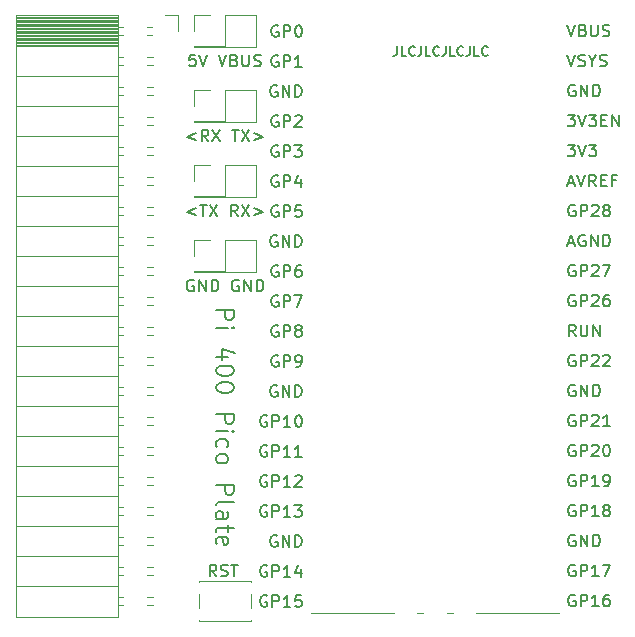
<source format=gbr>
%TF.GenerationSoftware,KiCad,Pcbnew,5.99.0-unknown-881cb3182b~117~ubuntu20.04.1*%
%TF.CreationDate,2021-02-24T10:03:54+00:00*%
%TF.ProjectId,pi400-pico-plate,70693430-302d-4706-9963-6f2d706c6174,rev?*%
%TF.SameCoordinates,Original*%
%TF.FileFunction,Legend,Top*%
%TF.FilePolarity,Positive*%
%FSLAX46Y46*%
G04 Gerber Fmt 4.6, Leading zero omitted, Abs format (unit mm)*
G04 Created by KiCad (PCBNEW 5.99.0-unknown-881cb3182b~117~ubuntu20.04.1) date 2021-02-24 10:03:54*
%MOMM*%
%LPD*%
G01*
G04 APERTURE LIST*
%ADD10C,0.150000*%
%ADD11C,0.200000*%
%ADD12C,0.120000*%
G04 APERTURE END LIST*
D10*
X153632361Y-62249104D02*
X153632361Y-62820533D01*
X153594266Y-62934819D01*
X153518076Y-63011009D01*
X153403790Y-63049104D01*
X153327600Y-63049104D01*
X154394266Y-63049104D02*
X154013314Y-63049104D01*
X154013314Y-62249104D01*
X155118076Y-62972914D02*
X155079980Y-63011009D01*
X154965695Y-63049104D01*
X154889504Y-63049104D01*
X154775219Y-63011009D01*
X154699028Y-62934819D01*
X154660933Y-62858628D01*
X154622838Y-62706247D01*
X154622838Y-62591961D01*
X154660933Y-62439580D01*
X154699028Y-62363390D01*
X154775219Y-62287200D01*
X154889504Y-62249104D01*
X154965695Y-62249104D01*
X155079980Y-62287200D01*
X155118076Y-62325295D01*
X155689504Y-62249104D02*
X155689504Y-62820533D01*
X155651409Y-62934819D01*
X155575219Y-63011009D01*
X155460933Y-63049104D01*
X155384742Y-63049104D01*
X156451409Y-63049104D02*
X156070457Y-63049104D01*
X156070457Y-62249104D01*
X157175219Y-62972914D02*
X157137123Y-63011009D01*
X157022838Y-63049104D01*
X156946647Y-63049104D01*
X156832361Y-63011009D01*
X156756171Y-62934819D01*
X156718076Y-62858628D01*
X156679980Y-62706247D01*
X156679980Y-62591961D01*
X156718076Y-62439580D01*
X156756171Y-62363390D01*
X156832361Y-62287200D01*
X156946647Y-62249104D01*
X157022838Y-62249104D01*
X157137123Y-62287200D01*
X157175219Y-62325295D01*
X157746647Y-62249104D02*
X157746647Y-62820533D01*
X157708552Y-62934819D01*
X157632361Y-63011009D01*
X157518076Y-63049104D01*
X157441885Y-63049104D01*
X158508552Y-63049104D02*
X158127600Y-63049104D01*
X158127600Y-62249104D01*
X159232361Y-62972914D02*
X159194266Y-63011009D01*
X159079980Y-63049104D01*
X159003790Y-63049104D01*
X158889504Y-63011009D01*
X158813314Y-62934819D01*
X158775219Y-62858628D01*
X158737123Y-62706247D01*
X158737123Y-62591961D01*
X158775219Y-62439580D01*
X158813314Y-62363390D01*
X158889504Y-62287200D01*
X159003790Y-62249104D01*
X159079980Y-62249104D01*
X159194266Y-62287200D01*
X159232361Y-62325295D01*
X159803790Y-62249104D02*
X159803790Y-62820533D01*
X159765695Y-62934819D01*
X159689504Y-63011009D01*
X159575219Y-63049104D01*
X159499028Y-63049104D01*
X160565695Y-63049104D02*
X160184742Y-63049104D01*
X160184742Y-62249104D01*
X161289504Y-62972914D02*
X161251409Y-63011009D01*
X161137123Y-63049104D01*
X161060933Y-63049104D01*
X160946647Y-63011009D01*
X160870457Y-62934819D01*
X160832361Y-62858628D01*
X160794266Y-62706247D01*
X160794266Y-62591961D01*
X160832361Y-62439580D01*
X160870457Y-62363390D01*
X160946647Y-62287200D01*
X161060933Y-62249104D01*
X161137123Y-62249104D01*
X161251409Y-62287200D01*
X161289504Y-62325295D01*
X142606442Y-98610800D02*
X142511204Y-98563180D01*
X142368347Y-98563180D01*
X142225490Y-98610800D01*
X142130252Y-98706038D01*
X142082633Y-98801276D01*
X142035014Y-98991752D01*
X142035014Y-99134609D01*
X142082633Y-99325085D01*
X142130252Y-99420323D01*
X142225490Y-99515561D01*
X142368347Y-99563180D01*
X142463585Y-99563180D01*
X142606442Y-99515561D01*
X142654061Y-99467942D01*
X142654061Y-99134609D01*
X142463585Y-99134609D01*
X143082633Y-99563180D02*
X143082633Y-98563180D01*
X143463585Y-98563180D01*
X143558823Y-98610800D01*
X143606442Y-98658419D01*
X143654061Y-98753657D01*
X143654061Y-98896514D01*
X143606442Y-98991752D01*
X143558823Y-99039371D01*
X143463585Y-99086990D01*
X143082633Y-99086990D01*
X144606442Y-99563180D02*
X144035014Y-99563180D01*
X144320728Y-99563180D02*
X144320728Y-98563180D01*
X144225490Y-98706038D01*
X144130252Y-98801276D01*
X144035014Y-98848895D01*
X144987395Y-98658419D02*
X145035014Y-98610800D01*
X145130252Y-98563180D01*
X145368347Y-98563180D01*
X145463585Y-98610800D01*
X145511204Y-98658419D01*
X145558823Y-98753657D01*
X145558823Y-98848895D01*
X145511204Y-98991752D01*
X144939776Y-99563180D01*
X145558823Y-99563180D01*
X168702604Y-101100000D02*
X168607366Y-101052380D01*
X168464509Y-101052380D01*
X168321652Y-101100000D01*
X168226414Y-101195238D01*
X168178795Y-101290476D01*
X168131176Y-101480952D01*
X168131176Y-101623809D01*
X168178795Y-101814285D01*
X168226414Y-101909523D01*
X168321652Y-102004761D01*
X168464509Y-102052380D01*
X168559747Y-102052380D01*
X168702604Y-102004761D01*
X168750223Y-101957142D01*
X168750223Y-101623809D01*
X168559747Y-101623809D01*
X169178795Y-102052380D02*
X169178795Y-101052380D01*
X169559747Y-101052380D01*
X169654985Y-101100000D01*
X169702604Y-101147619D01*
X169750223Y-101242857D01*
X169750223Y-101385714D01*
X169702604Y-101480952D01*
X169654985Y-101528571D01*
X169559747Y-101576190D01*
X169178795Y-101576190D01*
X170702604Y-102052380D02*
X170131176Y-102052380D01*
X170416890Y-102052380D02*
X170416890Y-101052380D01*
X170321652Y-101195238D01*
X170226414Y-101290476D01*
X170131176Y-101338095D01*
X171274033Y-101480952D02*
X171178795Y-101433333D01*
X171131176Y-101385714D01*
X171083557Y-101290476D01*
X171083557Y-101242857D01*
X171131176Y-101147619D01*
X171178795Y-101100000D01*
X171274033Y-101052380D01*
X171464509Y-101052380D01*
X171559747Y-101100000D01*
X171607366Y-101147619D01*
X171654985Y-101242857D01*
X171654985Y-101290476D01*
X171607366Y-101385714D01*
X171559747Y-101433333D01*
X171464509Y-101480952D01*
X171274033Y-101480952D01*
X171178795Y-101528571D01*
X171131176Y-101576190D01*
X171083557Y-101671428D01*
X171083557Y-101861904D01*
X171131176Y-101957142D01*
X171178795Y-102004761D01*
X171274033Y-102052380D01*
X171464509Y-102052380D01*
X171559747Y-102004761D01*
X171607366Y-101957142D01*
X171654985Y-101861904D01*
X171654985Y-101671428D01*
X171607366Y-101576190D01*
X171559747Y-101528571D01*
X171464509Y-101480952D01*
X143558823Y-80830800D02*
X143463585Y-80783180D01*
X143320728Y-80783180D01*
X143177871Y-80830800D01*
X143082633Y-80926038D01*
X143035014Y-81021276D01*
X142987395Y-81211752D01*
X142987395Y-81354609D01*
X143035014Y-81545085D01*
X143082633Y-81640323D01*
X143177871Y-81735561D01*
X143320728Y-81783180D01*
X143415966Y-81783180D01*
X143558823Y-81735561D01*
X143606442Y-81687942D01*
X143606442Y-81354609D01*
X143415966Y-81354609D01*
X144035014Y-81783180D02*
X144035014Y-80783180D01*
X144415966Y-80783180D01*
X144511204Y-80830800D01*
X144558823Y-80878419D01*
X144606442Y-80973657D01*
X144606442Y-81116514D01*
X144558823Y-81211752D01*
X144511204Y-81259371D01*
X144415966Y-81306990D01*
X144035014Y-81306990D01*
X145463585Y-80783180D02*
X145273109Y-80783180D01*
X145177871Y-80830800D01*
X145130252Y-80878419D01*
X145035014Y-81021276D01*
X144987395Y-81211752D01*
X144987395Y-81592704D01*
X145035014Y-81687942D01*
X145082633Y-81735561D01*
X145177871Y-81783180D01*
X145368347Y-81783180D01*
X145463585Y-81735561D01*
X145511204Y-81687942D01*
X145558823Y-81592704D01*
X145558823Y-81354609D01*
X145511204Y-81259371D01*
X145463585Y-81211752D01*
X145368347Y-81164133D01*
X145177871Y-81164133D01*
X145082633Y-81211752D01*
X145035014Y-81259371D01*
X144987395Y-81354609D01*
X143558823Y-60510800D02*
X143463585Y-60463180D01*
X143320728Y-60463180D01*
X143177871Y-60510800D01*
X143082633Y-60606038D01*
X143035014Y-60701276D01*
X142987395Y-60891752D01*
X142987395Y-61034609D01*
X143035014Y-61225085D01*
X143082633Y-61320323D01*
X143177871Y-61415561D01*
X143320728Y-61463180D01*
X143415966Y-61463180D01*
X143558823Y-61415561D01*
X143606442Y-61367942D01*
X143606442Y-61034609D01*
X143415966Y-61034609D01*
X144035014Y-61463180D02*
X144035014Y-60463180D01*
X144415966Y-60463180D01*
X144511204Y-60510800D01*
X144558823Y-60558419D01*
X144606442Y-60653657D01*
X144606442Y-60796514D01*
X144558823Y-60891752D01*
X144511204Y-60939371D01*
X144415966Y-60986990D01*
X144035014Y-60986990D01*
X145225490Y-60463180D02*
X145320728Y-60463180D01*
X145415966Y-60510800D01*
X145463585Y-60558419D01*
X145511204Y-60653657D01*
X145558823Y-60844133D01*
X145558823Y-61082228D01*
X145511204Y-61272704D01*
X145463585Y-61367942D01*
X145415966Y-61415561D01*
X145320728Y-61463180D01*
X145225490Y-61463180D01*
X145130252Y-61415561D01*
X145082633Y-61367942D01*
X145035014Y-61272704D01*
X144987395Y-61082228D01*
X144987395Y-60844133D01*
X145035014Y-60653657D01*
X145082633Y-60558419D01*
X145130252Y-60510800D01*
X145225490Y-60463180D01*
X143558823Y-73210800D02*
X143463585Y-73163180D01*
X143320728Y-73163180D01*
X143177871Y-73210800D01*
X143082633Y-73306038D01*
X143035014Y-73401276D01*
X142987395Y-73591752D01*
X142987395Y-73734609D01*
X143035014Y-73925085D01*
X143082633Y-74020323D01*
X143177871Y-74115561D01*
X143320728Y-74163180D01*
X143415966Y-74163180D01*
X143558823Y-74115561D01*
X143606442Y-74067942D01*
X143606442Y-73734609D01*
X143415966Y-73734609D01*
X144035014Y-74163180D02*
X144035014Y-73163180D01*
X144415966Y-73163180D01*
X144511204Y-73210800D01*
X144558823Y-73258419D01*
X144606442Y-73353657D01*
X144606442Y-73496514D01*
X144558823Y-73591752D01*
X144511204Y-73639371D01*
X144415966Y-73686990D01*
X144035014Y-73686990D01*
X145463585Y-73496514D02*
X145463585Y-74163180D01*
X145225490Y-73115561D02*
X144987395Y-73829847D01*
X145606442Y-73829847D01*
X136612619Y-69635714D02*
X135850714Y-69921428D01*
X136612619Y-70207142D01*
X137660238Y-70302380D02*
X137326904Y-69826190D01*
X137088809Y-70302380D02*
X137088809Y-69302380D01*
X137469761Y-69302380D01*
X137565000Y-69350000D01*
X137612619Y-69397619D01*
X137660238Y-69492857D01*
X137660238Y-69635714D01*
X137612619Y-69730952D01*
X137565000Y-69778571D01*
X137469761Y-69826190D01*
X137088809Y-69826190D01*
X137993571Y-69302380D02*
X138660238Y-70302380D01*
X138660238Y-69302380D02*
X137993571Y-70302380D01*
X139660238Y-69302380D02*
X140231666Y-69302380D01*
X139945952Y-70302380D02*
X139945952Y-69302380D01*
X140469761Y-69302380D02*
X141136428Y-70302380D01*
X141136428Y-69302380D02*
X140469761Y-70302380D01*
X141517380Y-69635714D02*
X142279285Y-69921428D01*
X141517380Y-70207142D01*
X143558823Y-88450800D02*
X143463585Y-88403180D01*
X143320728Y-88403180D01*
X143177871Y-88450800D01*
X143082633Y-88546038D01*
X143035014Y-88641276D01*
X142987395Y-88831752D01*
X142987395Y-88974609D01*
X143035014Y-89165085D01*
X143082633Y-89260323D01*
X143177871Y-89355561D01*
X143320728Y-89403180D01*
X143415966Y-89403180D01*
X143558823Y-89355561D01*
X143606442Y-89307942D01*
X143606442Y-88974609D01*
X143415966Y-88974609D01*
X144035014Y-89403180D02*
X144035014Y-88403180D01*
X144415966Y-88403180D01*
X144511204Y-88450800D01*
X144558823Y-88498419D01*
X144606442Y-88593657D01*
X144606442Y-88736514D01*
X144558823Y-88831752D01*
X144511204Y-88879371D01*
X144415966Y-88926990D01*
X144035014Y-88926990D01*
X145082633Y-89403180D02*
X145273109Y-89403180D01*
X145368347Y-89355561D01*
X145415966Y-89307942D01*
X145511204Y-89165085D01*
X145558823Y-88974609D01*
X145558823Y-88593657D01*
X145511204Y-88498419D01*
X145463585Y-88450800D01*
X145368347Y-88403180D01*
X145177871Y-88403180D01*
X145082633Y-88450800D01*
X145035014Y-88498419D01*
X144987395Y-88593657D01*
X144987395Y-88831752D01*
X145035014Y-88926990D01*
X145082633Y-88974609D01*
X145177871Y-89022228D01*
X145368347Y-89022228D01*
X145463585Y-88974609D01*
X145511204Y-88926990D01*
X145558823Y-88831752D01*
X142606442Y-96070800D02*
X142511204Y-96023180D01*
X142368347Y-96023180D01*
X142225490Y-96070800D01*
X142130252Y-96166038D01*
X142082633Y-96261276D01*
X142035014Y-96451752D01*
X142035014Y-96594609D01*
X142082633Y-96785085D01*
X142130252Y-96880323D01*
X142225490Y-96975561D01*
X142368347Y-97023180D01*
X142463585Y-97023180D01*
X142606442Y-96975561D01*
X142654061Y-96927942D01*
X142654061Y-96594609D01*
X142463585Y-96594609D01*
X143082633Y-97023180D02*
X143082633Y-96023180D01*
X143463585Y-96023180D01*
X143558823Y-96070800D01*
X143606442Y-96118419D01*
X143654061Y-96213657D01*
X143654061Y-96356514D01*
X143606442Y-96451752D01*
X143558823Y-96499371D01*
X143463585Y-96546990D01*
X143082633Y-96546990D01*
X144606442Y-97023180D02*
X144035014Y-97023180D01*
X144320728Y-97023180D02*
X144320728Y-96023180D01*
X144225490Y-96166038D01*
X144130252Y-96261276D01*
X144035014Y-96308895D01*
X145558823Y-97023180D02*
X144987395Y-97023180D01*
X145273109Y-97023180D02*
X145273109Y-96023180D01*
X145177871Y-96166038D01*
X145082633Y-96261276D01*
X144987395Y-96308895D01*
X168702604Y-75700000D02*
X168607366Y-75652380D01*
X168464509Y-75652380D01*
X168321652Y-75700000D01*
X168226414Y-75795238D01*
X168178795Y-75890476D01*
X168131176Y-76080952D01*
X168131176Y-76223809D01*
X168178795Y-76414285D01*
X168226414Y-76509523D01*
X168321652Y-76604761D01*
X168464509Y-76652380D01*
X168559747Y-76652380D01*
X168702604Y-76604761D01*
X168750223Y-76557142D01*
X168750223Y-76223809D01*
X168559747Y-76223809D01*
X169178795Y-76652380D02*
X169178795Y-75652380D01*
X169559747Y-75652380D01*
X169654985Y-75700000D01*
X169702604Y-75747619D01*
X169750223Y-75842857D01*
X169750223Y-75985714D01*
X169702604Y-76080952D01*
X169654985Y-76128571D01*
X169559747Y-76176190D01*
X169178795Y-76176190D01*
X170131176Y-75747619D02*
X170178795Y-75700000D01*
X170274033Y-75652380D01*
X170512128Y-75652380D01*
X170607366Y-75700000D01*
X170654985Y-75747619D01*
X170702604Y-75842857D01*
X170702604Y-75938095D01*
X170654985Y-76080952D01*
X170083557Y-76652380D01*
X170702604Y-76652380D01*
X171274033Y-76080952D02*
X171178795Y-76033333D01*
X171131176Y-75985714D01*
X171083557Y-75890476D01*
X171083557Y-75842857D01*
X171131176Y-75747619D01*
X171178795Y-75700000D01*
X171274033Y-75652380D01*
X171464509Y-75652380D01*
X171559747Y-75700000D01*
X171607366Y-75747619D01*
X171654985Y-75842857D01*
X171654985Y-75890476D01*
X171607366Y-75985714D01*
X171559747Y-76033333D01*
X171464509Y-76080952D01*
X171274033Y-76080952D01*
X171178795Y-76128571D01*
X171131176Y-76176190D01*
X171083557Y-76271428D01*
X171083557Y-76461904D01*
X171131176Y-76557142D01*
X171178795Y-76604761D01*
X171274033Y-76652380D01*
X171464509Y-76652380D01*
X171559747Y-76604761D01*
X171607366Y-76557142D01*
X171654985Y-76461904D01*
X171654985Y-76271428D01*
X171607366Y-76176190D01*
X171559747Y-76128571D01*
X171464509Y-76080952D01*
X143558823Y-63050800D02*
X143463585Y-63003180D01*
X143320728Y-63003180D01*
X143177871Y-63050800D01*
X143082633Y-63146038D01*
X143035014Y-63241276D01*
X142987395Y-63431752D01*
X142987395Y-63574609D01*
X143035014Y-63765085D01*
X143082633Y-63860323D01*
X143177871Y-63955561D01*
X143320728Y-64003180D01*
X143415966Y-64003180D01*
X143558823Y-63955561D01*
X143606442Y-63907942D01*
X143606442Y-63574609D01*
X143415966Y-63574609D01*
X144035014Y-64003180D02*
X144035014Y-63003180D01*
X144415966Y-63003180D01*
X144511204Y-63050800D01*
X144558823Y-63098419D01*
X144606442Y-63193657D01*
X144606442Y-63336514D01*
X144558823Y-63431752D01*
X144511204Y-63479371D01*
X144415966Y-63526990D01*
X144035014Y-63526990D01*
X145558823Y-64003180D02*
X144987395Y-64003180D01*
X145273109Y-64003180D02*
X145273109Y-63003180D01*
X145177871Y-63146038D01*
X145082633Y-63241276D01*
X144987395Y-63288895D01*
X168083557Y-70572380D02*
X168702604Y-70572380D01*
X168369271Y-70953333D01*
X168512128Y-70953333D01*
X168607366Y-71000952D01*
X168654985Y-71048571D01*
X168702604Y-71143809D01*
X168702604Y-71381904D01*
X168654985Y-71477142D01*
X168607366Y-71524761D01*
X168512128Y-71572380D01*
X168226414Y-71572380D01*
X168131176Y-71524761D01*
X168083557Y-71477142D01*
X168988319Y-70572380D02*
X169321652Y-71572380D01*
X169654985Y-70572380D01*
X169893080Y-70572380D02*
X170512128Y-70572380D01*
X170178795Y-70953333D01*
X170321652Y-70953333D01*
X170416890Y-71000952D01*
X170464509Y-71048571D01*
X170512128Y-71143809D01*
X170512128Y-71381904D01*
X170464509Y-71477142D01*
X170416890Y-71524761D01*
X170321652Y-71572380D01*
X170035938Y-71572380D01*
X169940700Y-71524761D01*
X169893080Y-71477142D01*
X142606442Y-101150800D02*
X142511204Y-101103180D01*
X142368347Y-101103180D01*
X142225490Y-101150800D01*
X142130252Y-101246038D01*
X142082633Y-101341276D01*
X142035014Y-101531752D01*
X142035014Y-101674609D01*
X142082633Y-101865085D01*
X142130252Y-101960323D01*
X142225490Y-102055561D01*
X142368347Y-102103180D01*
X142463585Y-102103180D01*
X142606442Y-102055561D01*
X142654061Y-102007942D01*
X142654061Y-101674609D01*
X142463585Y-101674609D01*
X143082633Y-102103180D02*
X143082633Y-101103180D01*
X143463585Y-101103180D01*
X143558823Y-101150800D01*
X143606442Y-101198419D01*
X143654061Y-101293657D01*
X143654061Y-101436514D01*
X143606442Y-101531752D01*
X143558823Y-101579371D01*
X143463585Y-101626990D01*
X143082633Y-101626990D01*
X144606442Y-102103180D02*
X144035014Y-102103180D01*
X144320728Y-102103180D02*
X144320728Y-101103180D01*
X144225490Y-101246038D01*
X144130252Y-101341276D01*
X144035014Y-101388895D01*
X144939776Y-101103180D02*
X145558823Y-101103180D01*
X145225490Y-101484133D01*
X145368347Y-101484133D01*
X145463585Y-101531752D01*
X145511204Y-101579371D01*
X145558823Y-101674609D01*
X145558823Y-101912704D01*
X145511204Y-102007942D01*
X145463585Y-102055561D01*
X145368347Y-102103180D01*
X145082633Y-102103180D01*
X144987395Y-102055561D01*
X144939776Y-102007942D01*
X168750223Y-86812380D02*
X168416890Y-86336190D01*
X168178795Y-86812380D02*
X168178795Y-85812380D01*
X168559747Y-85812380D01*
X168654985Y-85860000D01*
X168702604Y-85907619D01*
X168750223Y-86002857D01*
X168750223Y-86145714D01*
X168702604Y-86240952D01*
X168654985Y-86288571D01*
X168559747Y-86336190D01*
X168178795Y-86336190D01*
X169178795Y-85812380D02*
X169178795Y-86621904D01*
X169226414Y-86717142D01*
X169274033Y-86764761D01*
X169369271Y-86812380D01*
X169559747Y-86812380D01*
X169654985Y-86764761D01*
X169702604Y-86717142D01*
X169750223Y-86621904D01*
X169750223Y-85812380D01*
X170226414Y-86812380D02*
X170226414Y-85812380D01*
X170797842Y-86812380D01*
X170797842Y-85812380D01*
X168035938Y-62952380D02*
X168369271Y-63952380D01*
X168702604Y-62952380D01*
X168988319Y-63904761D02*
X169131176Y-63952380D01*
X169369271Y-63952380D01*
X169464509Y-63904761D01*
X169512128Y-63857142D01*
X169559747Y-63761904D01*
X169559747Y-63666666D01*
X169512128Y-63571428D01*
X169464509Y-63523809D01*
X169369271Y-63476190D01*
X169178795Y-63428571D01*
X169083557Y-63380952D01*
X169035938Y-63333333D01*
X168988319Y-63238095D01*
X168988319Y-63142857D01*
X169035938Y-63047619D01*
X169083557Y-63000000D01*
X169178795Y-62952380D01*
X169416890Y-62952380D01*
X169559747Y-63000000D01*
X170178795Y-63476190D02*
X170178795Y-63952380D01*
X169845461Y-62952380D02*
X170178795Y-63476190D01*
X170512128Y-62952380D01*
X170797842Y-63904761D02*
X170940700Y-63952380D01*
X171178795Y-63952380D01*
X171274033Y-63904761D01*
X171321652Y-63857142D01*
X171369271Y-63761904D01*
X171369271Y-63666666D01*
X171321652Y-63571428D01*
X171274033Y-63523809D01*
X171178795Y-63476190D01*
X170988319Y-63428571D01*
X170893080Y-63380952D01*
X170845461Y-63333333D01*
X170797842Y-63238095D01*
X170797842Y-63142857D01*
X170845461Y-63047619D01*
X170893080Y-63000000D01*
X170988319Y-62952380D01*
X171226414Y-62952380D01*
X171369271Y-63000000D01*
X143463585Y-103690800D02*
X143368347Y-103643180D01*
X143225490Y-103643180D01*
X143082633Y-103690800D01*
X142987395Y-103786038D01*
X142939776Y-103881276D01*
X142892157Y-104071752D01*
X142892157Y-104214609D01*
X142939776Y-104405085D01*
X142987395Y-104500323D01*
X143082633Y-104595561D01*
X143225490Y-104643180D01*
X143320728Y-104643180D01*
X143463585Y-104595561D01*
X143511204Y-104547942D01*
X143511204Y-104214609D01*
X143320728Y-104214609D01*
X143939776Y-104643180D02*
X143939776Y-103643180D01*
X144511204Y-104643180D01*
X144511204Y-103643180D01*
X144987395Y-104643180D02*
X144987395Y-103643180D01*
X145225490Y-103643180D01*
X145368347Y-103690800D01*
X145463585Y-103786038D01*
X145511204Y-103881276D01*
X145558823Y-104071752D01*
X145558823Y-104214609D01*
X145511204Y-104405085D01*
X145463585Y-104500323D01*
X145368347Y-104595561D01*
X145225490Y-104643180D01*
X144987395Y-104643180D01*
X143558823Y-83370800D02*
X143463585Y-83323180D01*
X143320728Y-83323180D01*
X143177871Y-83370800D01*
X143082633Y-83466038D01*
X143035014Y-83561276D01*
X142987395Y-83751752D01*
X142987395Y-83894609D01*
X143035014Y-84085085D01*
X143082633Y-84180323D01*
X143177871Y-84275561D01*
X143320728Y-84323180D01*
X143415966Y-84323180D01*
X143558823Y-84275561D01*
X143606442Y-84227942D01*
X143606442Y-83894609D01*
X143415966Y-83894609D01*
X144035014Y-84323180D02*
X144035014Y-83323180D01*
X144415966Y-83323180D01*
X144511204Y-83370800D01*
X144558823Y-83418419D01*
X144606442Y-83513657D01*
X144606442Y-83656514D01*
X144558823Y-83751752D01*
X144511204Y-83799371D01*
X144415966Y-83846990D01*
X144035014Y-83846990D01*
X144939776Y-83323180D02*
X145606442Y-83323180D01*
X145177871Y-84323180D01*
X138332738Y-107132380D02*
X137999404Y-106656190D01*
X137761309Y-107132380D02*
X137761309Y-106132380D01*
X138142261Y-106132380D01*
X138237500Y-106180000D01*
X138285119Y-106227619D01*
X138332738Y-106322857D01*
X138332738Y-106465714D01*
X138285119Y-106560952D01*
X138237500Y-106608571D01*
X138142261Y-106656190D01*
X137761309Y-106656190D01*
X138713690Y-107084761D02*
X138856547Y-107132380D01*
X139094642Y-107132380D01*
X139189880Y-107084761D01*
X139237500Y-107037142D01*
X139285119Y-106941904D01*
X139285119Y-106846666D01*
X139237500Y-106751428D01*
X139189880Y-106703809D01*
X139094642Y-106656190D01*
X138904166Y-106608571D01*
X138808928Y-106560952D01*
X138761309Y-106513333D01*
X138713690Y-106418095D01*
X138713690Y-106322857D01*
X138761309Y-106227619D01*
X138808928Y-106180000D01*
X138904166Y-106132380D01*
X139142261Y-106132380D01*
X139285119Y-106180000D01*
X139570833Y-106132380D02*
X140142261Y-106132380D01*
X139856547Y-107132380D02*
X139856547Y-106132380D01*
X168131176Y-78906666D02*
X168607366Y-78906666D01*
X168035938Y-79192380D02*
X168369271Y-78192380D01*
X168702604Y-79192380D01*
X169559747Y-78240000D02*
X169464509Y-78192380D01*
X169321652Y-78192380D01*
X169178795Y-78240000D01*
X169083557Y-78335238D01*
X169035938Y-78430476D01*
X168988319Y-78620952D01*
X168988319Y-78763809D01*
X169035938Y-78954285D01*
X169083557Y-79049523D01*
X169178795Y-79144761D01*
X169321652Y-79192380D01*
X169416890Y-79192380D01*
X169559747Y-79144761D01*
X169607366Y-79097142D01*
X169607366Y-78763809D01*
X169416890Y-78763809D01*
X170035938Y-79192380D02*
X170035938Y-78192380D01*
X170607366Y-79192380D01*
X170607366Y-78192380D01*
X171083557Y-79192380D02*
X171083557Y-78192380D01*
X171321652Y-78192380D01*
X171464509Y-78240000D01*
X171559747Y-78335238D01*
X171607366Y-78430476D01*
X171654985Y-78620952D01*
X171654985Y-78763809D01*
X171607366Y-78954285D01*
X171559747Y-79049523D01*
X171464509Y-79144761D01*
X171321652Y-79192380D01*
X171083557Y-79192380D01*
X168083557Y-68032380D02*
X168702604Y-68032380D01*
X168369271Y-68413333D01*
X168512128Y-68413333D01*
X168607366Y-68460952D01*
X168654985Y-68508571D01*
X168702604Y-68603809D01*
X168702604Y-68841904D01*
X168654985Y-68937142D01*
X168607366Y-68984761D01*
X168512128Y-69032380D01*
X168226414Y-69032380D01*
X168131176Y-68984761D01*
X168083557Y-68937142D01*
X168988319Y-68032380D02*
X169321652Y-69032380D01*
X169654985Y-68032380D01*
X169893080Y-68032380D02*
X170512128Y-68032380D01*
X170178795Y-68413333D01*
X170321652Y-68413333D01*
X170416890Y-68460952D01*
X170464509Y-68508571D01*
X170512128Y-68603809D01*
X170512128Y-68841904D01*
X170464509Y-68937142D01*
X170416890Y-68984761D01*
X170321652Y-69032380D01*
X170035938Y-69032380D01*
X169940700Y-68984761D01*
X169893080Y-68937142D01*
X170940700Y-68508571D02*
X171274033Y-68508571D01*
X171416890Y-69032380D02*
X170940700Y-69032380D01*
X170940700Y-68032380D01*
X171416890Y-68032380D01*
X171845461Y-69032380D02*
X171845461Y-68032380D01*
X172416890Y-69032380D01*
X172416890Y-68032380D01*
X168702604Y-96020000D02*
X168607366Y-95972380D01*
X168464509Y-95972380D01*
X168321652Y-96020000D01*
X168226414Y-96115238D01*
X168178795Y-96210476D01*
X168131176Y-96400952D01*
X168131176Y-96543809D01*
X168178795Y-96734285D01*
X168226414Y-96829523D01*
X168321652Y-96924761D01*
X168464509Y-96972380D01*
X168559747Y-96972380D01*
X168702604Y-96924761D01*
X168750223Y-96877142D01*
X168750223Y-96543809D01*
X168559747Y-96543809D01*
X169178795Y-96972380D02*
X169178795Y-95972380D01*
X169559747Y-95972380D01*
X169654985Y-96020000D01*
X169702604Y-96067619D01*
X169750223Y-96162857D01*
X169750223Y-96305714D01*
X169702604Y-96400952D01*
X169654985Y-96448571D01*
X169559747Y-96496190D01*
X169178795Y-96496190D01*
X170131176Y-96067619D02*
X170178795Y-96020000D01*
X170274033Y-95972380D01*
X170512128Y-95972380D01*
X170607366Y-96020000D01*
X170654985Y-96067619D01*
X170702604Y-96162857D01*
X170702604Y-96258095D01*
X170654985Y-96400952D01*
X170083557Y-96972380D01*
X170702604Y-96972380D01*
X171321652Y-95972380D02*
X171416890Y-95972380D01*
X171512128Y-96020000D01*
X171559747Y-96067619D01*
X171607366Y-96162857D01*
X171654985Y-96353333D01*
X171654985Y-96591428D01*
X171607366Y-96781904D01*
X171559747Y-96877142D01*
X171512128Y-96924761D01*
X171416890Y-96972380D01*
X171321652Y-96972380D01*
X171226414Y-96924761D01*
X171178795Y-96877142D01*
X171131176Y-96781904D01*
X171083557Y-96591428D01*
X171083557Y-96353333D01*
X171131176Y-96162857D01*
X171178795Y-96067619D01*
X171226414Y-96020000D01*
X171321652Y-95972380D01*
X143558823Y-70670800D02*
X143463585Y-70623180D01*
X143320728Y-70623180D01*
X143177871Y-70670800D01*
X143082633Y-70766038D01*
X143035014Y-70861276D01*
X142987395Y-71051752D01*
X142987395Y-71194609D01*
X143035014Y-71385085D01*
X143082633Y-71480323D01*
X143177871Y-71575561D01*
X143320728Y-71623180D01*
X143415966Y-71623180D01*
X143558823Y-71575561D01*
X143606442Y-71527942D01*
X143606442Y-71194609D01*
X143415966Y-71194609D01*
X144035014Y-71623180D02*
X144035014Y-70623180D01*
X144415966Y-70623180D01*
X144511204Y-70670800D01*
X144558823Y-70718419D01*
X144606442Y-70813657D01*
X144606442Y-70956514D01*
X144558823Y-71051752D01*
X144511204Y-71099371D01*
X144415966Y-71146990D01*
X144035014Y-71146990D01*
X144939776Y-70623180D02*
X145558823Y-70623180D01*
X145225490Y-71004133D01*
X145368347Y-71004133D01*
X145463585Y-71051752D01*
X145511204Y-71099371D01*
X145558823Y-71194609D01*
X145558823Y-71432704D01*
X145511204Y-71527942D01*
X145463585Y-71575561D01*
X145368347Y-71623180D01*
X145082633Y-71623180D01*
X144987395Y-71575561D01*
X144939776Y-71527942D01*
X168702604Y-93480000D02*
X168607366Y-93432380D01*
X168464509Y-93432380D01*
X168321652Y-93480000D01*
X168226414Y-93575238D01*
X168178795Y-93670476D01*
X168131176Y-93860952D01*
X168131176Y-94003809D01*
X168178795Y-94194285D01*
X168226414Y-94289523D01*
X168321652Y-94384761D01*
X168464509Y-94432380D01*
X168559747Y-94432380D01*
X168702604Y-94384761D01*
X168750223Y-94337142D01*
X168750223Y-94003809D01*
X168559747Y-94003809D01*
X169178795Y-94432380D02*
X169178795Y-93432380D01*
X169559747Y-93432380D01*
X169654985Y-93480000D01*
X169702604Y-93527619D01*
X169750223Y-93622857D01*
X169750223Y-93765714D01*
X169702604Y-93860952D01*
X169654985Y-93908571D01*
X169559747Y-93956190D01*
X169178795Y-93956190D01*
X170131176Y-93527619D02*
X170178795Y-93480000D01*
X170274033Y-93432380D01*
X170512128Y-93432380D01*
X170607366Y-93480000D01*
X170654985Y-93527619D01*
X170702604Y-93622857D01*
X170702604Y-93718095D01*
X170654985Y-93860952D01*
X170083557Y-94432380D01*
X170702604Y-94432380D01*
X171654985Y-94432380D02*
X171083557Y-94432380D01*
X171369271Y-94432380D02*
X171369271Y-93432380D01*
X171274033Y-93575238D01*
X171178795Y-93670476D01*
X171083557Y-93718095D01*
X168702604Y-88400000D02*
X168607366Y-88352380D01*
X168464509Y-88352380D01*
X168321652Y-88400000D01*
X168226414Y-88495238D01*
X168178795Y-88590476D01*
X168131176Y-88780952D01*
X168131176Y-88923809D01*
X168178795Y-89114285D01*
X168226414Y-89209523D01*
X168321652Y-89304761D01*
X168464509Y-89352380D01*
X168559747Y-89352380D01*
X168702604Y-89304761D01*
X168750223Y-89257142D01*
X168750223Y-88923809D01*
X168559747Y-88923809D01*
X169178795Y-89352380D02*
X169178795Y-88352380D01*
X169559747Y-88352380D01*
X169654985Y-88400000D01*
X169702604Y-88447619D01*
X169750223Y-88542857D01*
X169750223Y-88685714D01*
X169702604Y-88780952D01*
X169654985Y-88828571D01*
X169559747Y-88876190D01*
X169178795Y-88876190D01*
X170131176Y-88447619D02*
X170178795Y-88400000D01*
X170274033Y-88352380D01*
X170512128Y-88352380D01*
X170607366Y-88400000D01*
X170654985Y-88447619D01*
X170702604Y-88542857D01*
X170702604Y-88638095D01*
X170654985Y-88780952D01*
X170083557Y-89352380D01*
X170702604Y-89352380D01*
X171083557Y-88447619D02*
X171131176Y-88400000D01*
X171226414Y-88352380D01*
X171464509Y-88352380D01*
X171559747Y-88400000D01*
X171607366Y-88447619D01*
X171654985Y-88542857D01*
X171654985Y-88638095D01*
X171607366Y-88780952D01*
X171035938Y-89352380D01*
X171654985Y-89352380D01*
X168702604Y-106180000D02*
X168607366Y-106132380D01*
X168464509Y-106132380D01*
X168321652Y-106180000D01*
X168226414Y-106275238D01*
X168178795Y-106370476D01*
X168131176Y-106560952D01*
X168131176Y-106703809D01*
X168178795Y-106894285D01*
X168226414Y-106989523D01*
X168321652Y-107084761D01*
X168464509Y-107132380D01*
X168559747Y-107132380D01*
X168702604Y-107084761D01*
X168750223Y-107037142D01*
X168750223Y-106703809D01*
X168559747Y-106703809D01*
X169178795Y-107132380D02*
X169178795Y-106132380D01*
X169559747Y-106132380D01*
X169654985Y-106180000D01*
X169702604Y-106227619D01*
X169750223Y-106322857D01*
X169750223Y-106465714D01*
X169702604Y-106560952D01*
X169654985Y-106608571D01*
X169559747Y-106656190D01*
X169178795Y-106656190D01*
X170702604Y-107132380D02*
X170131176Y-107132380D01*
X170416890Y-107132380D02*
X170416890Y-106132380D01*
X170321652Y-106275238D01*
X170226414Y-106370476D01*
X170131176Y-106418095D01*
X171035938Y-106132380D02*
X171702604Y-106132380D01*
X171274033Y-107132380D01*
X143463585Y-90990800D02*
X143368347Y-90943180D01*
X143225490Y-90943180D01*
X143082633Y-90990800D01*
X142987395Y-91086038D01*
X142939776Y-91181276D01*
X142892157Y-91371752D01*
X142892157Y-91514609D01*
X142939776Y-91705085D01*
X142987395Y-91800323D01*
X143082633Y-91895561D01*
X143225490Y-91943180D01*
X143320728Y-91943180D01*
X143463585Y-91895561D01*
X143511204Y-91847942D01*
X143511204Y-91514609D01*
X143320728Y-91514609D01*
X143939776Y-91943180D02*
X143939776Y-90943180D01*
X144511204Y-91943180D01*
X144511204Y-90943180D01*
X144987395Y-91943180D02*
X144987395Y-90943180D01*
X145225490Y-90943180D01*
X145368347Y-90990800D01*
X145463585Y-91086038D01*
X145511204Y-91181276D01*
X145558823Y-91371752D01*
X145558823Y-91514609D01*
X145511204Y-91705085D01*
X145463585Y-91800323D01*
X145368347Y-91895561D01*
X145225490Y-91943180D01*
X144987395Y-91943180D01*
X168702604Y-103640000D02*
X168607366Y-103592380D01*
X168464509Y-103592380D01*
X168321652Y-103640000D01*
X168226414Y-103735238D01*
X168178795Y-103830476D01*
X168131176Y-104020952D01*
X168131176Y-104163809D01*
X168178795Y-104354285D01*
X168226414Y-104449523D01*
X168321652Y-104544761D01*
X168464509Y-104592380D01*
X168559747Y-104592380D01*
X168702604Y-104544761D01*
X168750223Y-104497142D01*
X168750223Y-104163809D01*
X168559747Y-104163809D01*
X169178795Y-104592380D02*
X169178795Y-103592380D01*
X169750223Y-104592380D01*
X169750223Y-103592380D01*
X170226414Y-104592380D02*
X170226414Y-103592380D01*
X170464509Y-103592380D01*
X170607366Y-103640000D01*
X170702604Y-103735238D01*
X170750223Y-103830476D01*
X170797842Y-104020952D01*
X170797842Y-104163809D01*
X170750223Y-104354285D01*
X170702604Y-104449523D01*
X170607366Y-104544761D01*
X170464509Y-104592380D01*
X170226414Y-104592380D01*
X142606442Y-93530800D02*
X142511204Y-93483180D01*
X142368347Y-93483180D01*
X142225490Y-93530800D01*
X142130252Y-93626038D01*
X142082633Y-93721276D01*
X142035014Y-93911752D01*
X142035014Y-94054609D01*
X142082633Y-94245085D01*
X142130252Y-94340323D01*
X142225490Y-94435561D01*
X142368347Y-94483180D01*
X142463585Y-94483180D01*
X142606442Y-94435561D01*
X142654061Y-94387942D01*
X142654061Y-94054609D01*
X142463585Y-94054609D01*
X143082633Y-94483180D02*
X143082633Y-93483180D01*
X143463585Y-93483180D01*
X143558823Y-93530800D01*
X143606442Y-93578419D01*
X143654061Y-93673657D01*
X143654061Y-93816514D01*
X143606442Y-93911752D01*
X143558823Y-93959371D01*
X143463585Y-94006990D01*
X143082633Y-94006990D01*
X144606442Y-94483180D02*
X144035014Y-94483180D01*
X144320728Y-94483180D02*
X144320728Y-93483180D01*
X144225490Y-93626038D01*
X144130252Y-93721276D01*
X144035014Y-93768895D01*
X145225490Y-93483180D02*
X145320728Y-93483180D01*
X145415966Y-93530800D01*
X145463585Y-93578419D01*
X145511204Y-93673657D01*
X145558823Y-93864133D01*
X145558823Y-94102228D01*
X145511204Y-94292704D01*
X145463585Y-94387942D01*
X145415966Y-94435561D01*
X145320728Y-94483180D01*
X145225490Y-94483180D01*
X145130252Y-94435561D01*
X145082633Y-94387942D01*
X145035014Y-94292704D01*
X144987395Y-94102228D01*
X144987395Y-93864133D01*
X145035014Y-93673657D01*
X145082633Y-93578419D01*
X145130252Y-93530800D01*
X145225490Y-93483180D01*
X168702604Y-108720000D02*
X168607366Y-108672380D01*
X168464509Y-108672380D01*
X168321652Y-108720000D01*
X168226414Y-108815238D01*
X168178795Y-108910476D01*
X168131176Y-109100952D01*
X168131176Y-109243809D01*
X168178795Y-109434285D01*
X168226414Y-109529523D01*
X168321652Y-109624761D01*
X168464509Y-109672380D01*
X168559747Y-109672380D01*
X168702604Y-109624761D01*
X168750223Y-109577142D01*
X168750223Y-109243809D01*
X168559747Y-109243809D01*
X169178795Y-109672380D02*
X169178795Y-108672380D01*
X169559747Y-108672380D01*
X169654985Y-108720000D01*
X169702604Y-108767619D01*
X169750223Y-108862857D01*
X169750223Y-109005714D01*
X169702604Y-109100952D01*
X169654985Y-109148571D01*
X169559747Y-109196190D01*
X169178795Y-109196190D01*
X170702604Y-109672380D02*
X170131176Y-109672380D01*
X170416890Y-109672380D02*
X170416890Y-108672380D01*
X170321652Y-108815238D01*
X170226414Y-108910476D01*
X170131176Y-108958095D01*
X171559747Y-108672380D02*
X171369271Y-108672380D01*
X171274033Y-108720000D01*
X171226414Y-108767619D01*
X171131176Y-108910476D01*
X171083557Y-109100952D01*
X171083557Y-109481904D01*
X171131176Y-109577142D01*
X171178795Y-109624761D01*
X171274033Y-109672380D01*
X171464509Y-109672380D01*
X171559747Y-109624761D01*
X171607366Y-109577142D01*
X171654985Y-109481904D01*
X171654985Y-109243809D01*
X171607366Y-109148571D01*
X171559747Y-109100952D01*
X171464509Y-109053333D01*
X171274033Y-109053333D01*
X171178795Y-109100952D01*
X171131176Y-109148571D01*
X171083557Y-109243809D01*
X136612619Y-75985714D02*
X135850714Y-76271428D01*
X136612619Y-76557142D01*
X136945952Y-75652380D02*
X137517380Y-75652380D01*
X137231666Y-76652380D02*
X137231666Y-75652380D01*
X137755476Y-75652380D02*
X138422142Y-76652380D01*
X138422142Y-75652380D02*
X137755476Y-76652380D01*
X140136428Y-76652380D02*
X139803095Y-76176190D01*
X139565000Y-76652380D02*
X139565000Y-75652380D01*
X139945952Y-75652380D01*
X140041190Y-75700000D01*
X140088809Y-75747619D01*
X140136428Y-75842857D01*
X140136428Y-75985714D01*
X140088809Y-76080952D01*
X140041190Y-76128571D01*
X139945952Y-76176190D01*
X139565000Y-76176190D01*
X140469761Y-75652380D02*
X141136428Y-76652380D01*
X141136428Y-75652380D02*
X140469761Y-76652380D01*
X141517380Y-75985714D02*
X142279285Y-76271428D01*
X141517380Y-76557142D01*
X143558823Y-68130800D02*
X143463585Y-68083180D01*
X143320728Y-68083180D01*
X143177871Y-68130800D01*
X143082633Y-68226038D01*
X143035014Y-68321276D01*
X142987395Y-68511752D01*
X142987395Y-68654609D01*
X143035014Y-68845085D01*
X143082633Y-68940323D01*
X143177871Y-69035561D01*
X143320728Y-69083180D01*
X143415966Y-69083180D01*
X143558823Y-69035561D01*
X143606442Y-68987942D01*
X143606442Y-68654609D01*
X143415966Y-68654609D01*
X144035014Y-69083180D02*
X144035014Y-68083180D01*
X144415966Y-68083180D01*
X144511204Y-68130800D01*
X144558823Y-68178419D01*
X144606442Y-68273657D01*
X144606442Y-68416514D01*
X144558823Y-68511752D01*
X144511204Y-68559371D01*
X144415966Y-68606990D01*
X144035014Y-68606990D01*
X144987395Y-68178419D02*
X145035014Y-68130800D01*
X145130252Y-68083180D01*
X145368347Y-68083180D01*
X145463585Y-68130800D01*
X145511204Y-68178419D01*
X145558823Y-68273657D01*
X145558823Y-68368895D01*
X145511204Y-68511752D01*
X144939776Y-69083180D01*
X145558823Y-69083180D01*
X168702604Y-65540000D02*
X168607366Y-65492380D01*
X168464509Y-65492380D01*
X168321652Y-65540000D01*
X168226414Y-65635238D01*
X168178795Y-65730476D01*
X168131176Y-65920952D01*
X168131176Y-66063809D01*
X168178795Y-66254285D01*
X168226414Y-66349523D01*
X168321652Y-66444761D01*
X168464509Y-66492380D01*
X168559747Y-66492380D01*
X168702604Y-66444761D01*
X168750223Y-66397142D01*
X168750223Y-66063809D01*
X168559747Y-66063809D01*
X169178795Y-66492380D02*
X169178795Y-65492380D01*
X169750223Y-66492380D01*
X169750223Y-65492380D01*
X170226414Y-66492380D02*
X170226414Y-65492380D01*
X170464509Y-65492380D01*
X170607366Y-65540000D01*
X170702604Y-65635238D01*
X170750223Y-65730476D01*
X170797842Y-65920952D01*
X170797842Y-66063809D01*
X170750223Y-66254285D01*
X170702604Y-66349523D01*
X170607366Y-66444761D01*
X170464509Y-66492380D01*
X170226414Y-66492380D01*
X168702604Y-98560000D02*
X168607366Y-98512380D01*
X168464509Y-98512380D01*
X168321652Y-98560000D01*
X168226414Y-98655238D01*
X168178795Y-98750476D01*
X168131176Y-98940952D01*
X168131176Y-99083809D01*
X168178795Y-99274285D01*
X168226414Y-99369523D01*
X168321652Y-99464761D01*
X168464509Y-99512380D01*
X168559747Y-99512380D01*
X168702604Y-99464761D01*
X168750223Y-99417142D01*
X168750223Y-99083809D01*
X168559747Y-99083809D01*
X169178795Y-99512380D02*
X169178795Y-98512380D01*
X169559747Y-98512380D01*
X169654985Y-98560000D01*
X169702604Y-98607619D01*
X169750223Y-98702857D01*
X169750223Y-98845714D01*
X169702604Y-98940952D01*
X169654985Y-98988571D01*
X169559747Y-99036190D01*
X169178795Y-99036190D01*
X170702604Y-99512380D02*
X170131176Y-99512380D01*
X170416890Y-99512380D02*
X170416890Y-98512380D01*
X170321652Y-98655238D01*
X170226414Y-98750476D01*
X170131176Y-98798095D01*
X171178795Y-99512380D02*
X171369271Y-99512380D01*
X171464509Y-99464761D01*
X171512128Y-99417142D01*
X171607366Y-99274285D01*
X171654985Y-99083809D01*
X171654985Y-98702857D01*
X171607366Y-98607619D01*
X171559747Y-98560000D01*
X171464509Y-98512380D01*
X171274033Y-98512380D01*
X171178795Y-98560000D01*
X171131176Y-98607619D01*
X171083557Y-98702857D01*
X171083557Y-98940952D01*
X171131176Y-99036190D01*
X171178795Y-99083809D01*
X171274033Y-99131428D01*
X171464509Y-99131428D01*
X171559747Y-99083809D01*
X171607366Y-99036190D01*
X171654985Y-98940952D01*
X143558823Y-75750800D02*
X143463585Y-75703180D01*
X143320728Y-75703180D01*
X143177871Y-75750800D01*
X143082633Y-75846038D01*
X143035014Y-75941276D01*
X142987395Y-76131752D01*
X142987395Y-76274609D01*
X143035014Y-76465085D01*
X143082633Y-76560323D01*
X143177871Y-76655561D01*
X143320728Y-76703180D01*
X143415966Y-76703180D01*
X143558823Y-76655561D01*
X143606442Y-76607942D01*
X143606442Y-76274609D01*
X143415966Y-76274609D01*
X144035014Y-76703180D02*
X144035014Y-75703180D01*
X144415966Y-75703180D01*
X144511204Y-75750800D01*
X144558823Y-75798419D01*
X144606442Y-75893657D01*
X144606442Y-76036514D01*
X144558823Y-76131752D01*
X144511204Y-76179371D01*
X144415966Y-76226990D01*
X144035014Y-76226990D01*
X145511204Y-75703180D02*
X145035014Y-75703180D01*
X144987395Y-76179371D01*
X145035014Y-76131752D01*
X145130252Y-76084133D01*
X145368347Y-76084133D01*
X145463585Y-76131752D01*
X145511204Y-76179371D01*
X145558823Y-76274609D01*
X145558823Y-76512704D01*
X145511204Y-76607942D01*
X145463585Y-76655561D01*
X145368347Y-76703180D01*
X145130252Y-76703180D01*
X145035014Y-76655561D01*
X144987395Y-76607942D01*
X143558823Y-85910800D02*
X143463585Y-85863180D01*
X143320728Y-85863180D01*
X143177871Y-85910800D01*
X143082633Y-86006038D01*
X143035014Y-86101276D01*
X142987395Y-86291752D01*
X142987395Y-86434609D01*
X143035014Y-86625085D01*
X143082633Y-86720323D01*
X143177871Y-86815561D01*
X143320728Y-86863180D01*
X143415966Y-86863180D01*
X143558823Y-86815561D01*
X143606442Y-86767942D01*
X143606442Y-86434609D01*
X143415966Y-86434609D01*
X144035014Y-86863180D02*
X144035014Y-85863180D01*
X144415966Y-85863180D01*
X144511204Y-85910800D01*
X144558823Y-85958419D01*
X144606442Y-86053657D01*
X144606442Y-86196514D01*
X144558823Y-86291752D01*
X144511204Y-86339371D01*
X144415966Y-86386990D01*
X144035014Y-86386990D01*
X145177871Y-86291752D02*
X145082633Y-86244133D01*
X145035014Y-86196514D01*
X144987395Y-86101276D01*
X144987395Y-86053657D01*
X145035014Y-85958419D01*
X145082633Y-85910800D01*
X145177871Y-85863180D01*
X145368347Y-85863180D01*
X145463585Y-85910800D01*
X145511204Y-85958419D01*
X145558823Y-86053657D01*
X145558823Y-86101276D01*
X145511204Y-86196514D01*
X145463585Y-86244133D01*
X145368347Y-86291752D01*
X145177871Y-86291752D01*
X145082633Y-86339371D01*
X145035014Y-86386990D01*
X144987395Y-86482228D01*
X144987395Y-86672704D01*
X145035014Y-86767942D01*
X145082633Y-86815561D01*
X145177871Y-86863180D01*
X145368347Y-86863180D01*
X145463585Y-86815561D01*
X145511204Y-86767942D01*
X145558823Y-86672704D01*
X145558823Y-86482228D01*
X145511204Y-86386990D01*
X145463585Y-86339371D01*
X145368347Y-86291752D01*
X136565000Y-62952380D02*
X136088809Y-62952380D01*
X136041190Y-63428571D01*
X136088809Y-63380952D01*
X136184047Y-63333333D01*
X136422142Y-63333333D01*
X136517380Y-63380952D01*
X136565000Y-63428571D01*
X136612619Y-63523809D01*
X136612619Y-63761904D01*
X136565000Y-63857142D01*
X136517380Y-63904761D01*
X136422142Y-63952380D01*
X136184047Y-63952380D01*
X136088809Y-63904761D01*
X136041190Y-63857142D01*
X136898333Y-62952380D02*
X137231666Y-63952380D01*
X137565000Y-62952380D01*
X138517380Y-62952380D02*
X138850714Y-63952380D01*
X139184047Y-62952380D01*
X139850714Y-63428571D02*
X139993571Y-63476190D01*
X140041190Y-63523809D01*
X140088809Y-63619047D01*
X140088809Y-63761904D01*
X140041190Y-63857142D01*
X139993571Y-63904761D01*
X139898333Y-63952380D01*
X139517380Y-63952380D01*
X139517380Y-62952380D01*
X139850714Y-62952380D01*
X139945952Y-63000000D01*
X139993571Y-63047619D01*
X140041190Y-63142857D01*
X140041190Y-63238095D01*
X139993571Y-63333333D01*
X139945952Y-63380952D01*
X139850714Y-63428571D01*
X139517380Y-63428571D01*
X140517380Y-62952380D02*
X140517380Y-63761904D01*
X140565000Y-63857142D01*
X140612619Y-63904761D01*
X140707857Y-63952380D01*
X140898333Y-63952380D01*
X140993571Y-63904761D01*
X141041190Y-63857142D01*
X141088809Y-63761904D01*
X141088809Y-62952380D01*
X141517380Y-63904761D02*
X141660238Y-63952380D01*
X141898333Y-63952380D01*
X141993571Y-63904761D01*
X142041190Y-63857142D01*
X142088809Y-63761904D01*
X142088809Y-63666666D01*
X142041190Y-63571428D01*
X141993571Y-63523809D01*
X141898333Y-63476190D01*
X141707857Y-63428571D01*
X141612619Y-63380952D01*
X141565000Y-63333333D01*
X141517380Y-63238095D01*
X141517380Y-63142857D01*
X141565000Y-63047619D01*
X141612619Y-63000000D01*
X141707857Y-62952380D01*
X141945952Y-62952380D01*
X142088809Y-63000000D01*
X168035938Y-60412380D02*
X168369271Y-61412380D01*
X168702604Y-60412380D01*
X169369271Y-60888571D02*
X169512128Y-60936190D01*
X169559747Y-60983809D01*
X169607366Y-61079047D01*
X169607366Y-61221904D01*
X169559747Y-61317142D01*
X169512128Y-61364761D01*
X169416890Y-61412380D01*
X169035938Y-61412380D01*
X169035938Y-60412380D01*
X169369271Y-60412380D01*
X169464509Y-60460000D01*
X169512128Y-60507619D01*
X169559747Y-60602857D01*
X169559747Y-60698095D01*
X169512128Y-60793333D01*
X169464509Y-60840952D01*
X169369271Y-60888571D01*
X169035938Y-60888571D01*
X170035938Y-60412380D02*
X170035938Y-61221904D01*
X170083557Y-61317142D01*
X170131176Y-61364761D01*
X170226414Y-61412380D01*
X170416890Y-61412380D01*
X170512128Y-61364761D01*
X170559747Y-61317142D01*
X170607366Y-61221904D01*
X170607366Y-60412380D01*
X171035938Y-61364761D02*
X171178795Y-61412380D01*
X171416890Y-61412380D01*
X171512128Y-61364761D01*
X171559747Y-61317142D01*
X171607366Y-61221904D01*
X171607366Y-61126666D01*
X171559747Y-61031428D01*
X171512128Y-60983809D01*
X171416890Y-60936190D01*
X171226414Y-60888571D01*
X171131176Y-60840952D01*
X171083557Y-60793333D01*
X171035938Y-60698095D01*
X171035938Y-60602857D01*
X171083557Y-60507619D01*
X171131176Y-60460000D01*
X171226414Y-60412380D01*
X171464509Y-60412380D01*
X171607366Y-60460000D01*
X143463585Y-78290800D02*
X143368347Y-78243180D01*
X143225490Y-78243180D01*
X143082633Y-78290800D01*
X142987395Y-78386038D01*
X142939776Y-78481276D01*
X142892157Y-78671752D01*
X142892157Y-78814609D01*
X142939776Y-79005085D01*
X142987395Y-79100323D01*
X143082633Y-79195561D01*
X143225490Y-79243180D01*
X143320728Y-79243180D01*
X143463585Y-79195561D01*
X143511204Y-79147942D01*
X143511204Y-78814609D01*
X143320728Y-78814609D01*
X143939776Y-79243180D02*
X143939776Y-78243180D01*
X144511204Y-79243180D01*
X144511204Y-78243180D01*
X144987395Y-79243180D02*
X144987395Y-78243180D01*
X145225490Y-78243180D01*
X145368347Y-78290800D01*
X145463585Y-78386038D01*
X145511204Y-78481276D01*
X145558823Y-78671752D01*
X145558823Y-78814609D01*
X145511204Y-79005085D01*
X145463585Y-79100323D01*
X145368347Y-79195561D01*
X145225490Y-79243180D01*
X144987395Y-79243180D01*
X136398333Y-82050000D02*
X136303095Y-82002380D01*
X136160238Y-82002380D01*
X136017380Y-82050000D01*
X135922142Y-82145238D01*
X135874523Y-82240476D01*
X135826904Y-82430952D01*
X135826904Y-82573809D01*
X135874523Y-82764285D01*
X135922142Y-82859523D01*
X136017380Y-82954761D01*
X136160238Y-83002380D01*
X136255476Y-83002380D01*
X136398333Y-82954761D01*
X136445952Y-82907142D01*
X136445952Y-82573809D01*
X136255476Y-82573809D01*
X136874523Y-83002380D02*
X136874523Y-82002380D01*
X137445952Y-83002380D01*
X137445952Y-82002380D01*
X137922142Y-83002380D02*
X137922142Y-82002380D01*
X138160238Y-82002380D01*
X138303095Y-82050000D01*
X138398333Y-82145238D01*
X138445952Y-82240476D01*
X138493571Y-82430952D01*
X138493571Y-82573809D01*
X138445952Y-82764285D01*
X138398333Y-82859523D01*
X138303095Y-82954761D01*
X138160238Y-83002380D01*
X137922142Y-83002380D01*
X140207857Y-82050000D02*
X140112619Y-82002380D01*
X139969761Y-82002380D01*
X139826904Y-82050000D01*
X139731666Y-82145238D01*
X139684047Y-82240476D01*
X139636428Y-82430952D01*
X139636428Y-82573809D01*
X139684047Y-82764285D01*
X139731666Y-82859523D01*
X139826904Y-82954761D01*
X139969761Y-83002380D01*
X140065000Y-83002380D01*
X140207857Y-82954761D01*
X140255476Y-82907142D01*
X140255476Y-82573809D01*
X140065000Y-82573809D01*
X140684047Y-83002380D02*
X140684047Y-82002380D01*
X141255476Y-83002380D01*
X141255476Y-82002380D01*
X141731666Y-83002380D02*
X141731666Y-82002380D01*
X141969761Y-82002380D01*
X142112619Y-82050000D01*
X142207857Y-82145238D01*
X142255476Y-82240476D01*
X142303095Y-82430952D01*
X142303095Y-82573809D01*
X142255476Y-82764285D01*
X142207857Y-82859523D01*
X142112619Y-82954761D01*
X141969761Y-83002380D01*
X141731666Y-83002380D01*
X168702604Y-83320000D02*
X168607366Y-83272380D01*
X168464509Y-83272380D01*
X168321652Y-83320000D01*
X168226414Y-83415238D01*
X168178795Y-83510476D01*
X168131176Y-83700952D01*
X168131176Y-83843809D01*
X168178795Y-84034285D01*
X168226414Y-84129523D01*
X168321652Y-84224761D01*
X168464509Y-84272380D01*
X168559747Y-84272380D01*
X168702604Y-84224761D01*
X168750223Y-84177142D01*
X168750223Y-83843809D01*
X168559747Y-83843809D01*
X169178795Y-84272380D02*
X169178795Y-83272380D01*
X169559747Y-83272380D01*
X169654985Y-83320000D01*
X169702604Y-83367619D01*
X169750223Y-83462857D01*
X169750223Y-83605714D01*
X169702604Y-83700952D01*
X169654985Y-83748571D01*
X169559747Y-83796190D01*
X169178795Y-83796190D01*
X170131176Y-83367619D02*
X170178795Y-83320000D01*
X170274033Y-83272380D01*
X170512128Y-83272380D01*
X170607366Y-83320000D01*
X170654985Y-83367619D01*
X170702604Y-83462857D01*
X170702604Y-83558095D01*
X170654985Y-83700952D01*
X170083557Y-84272380D01*
X170702604Y-84272380D01*
X171559747Y-83272380D02*
X171369271Y-83272380D01*
X171274033Y-83320000D01*
X171226414Y-83367619D01*
X171131176Y-83510476D01*
X171083557Y-83700952D01*
X171083557Y-84081904D01*
X171131176Y-84177142D01*
X171178795Y-84224761D01*
X171274033Y-84272380D01*
X171464509Y-84272380D01*
X171559747Y-84224761D01*
X171607366Y-84177142D01*
X171654985Y-84081904D01*
X171654985Y-83843809D01*
X171607366Y-83748571D01*
X171559747Y-83700952D01*
X171464509Y-83653333D01*
X171274033Y-83653333D01*
X171178795Y-83700952D01*
X171131176Y-83748571D01*
X171083557Y-83843809D01*
X142606442Y-108770800D02*
X142511204Y-108723180D01*
X142368347Y-108723180D01*
X142225490Y-108770800D01*
X142130252Y-108866038D01*
X142082633Y-108961276D01*
X142035014Y-109151752D01*
X142035014Y-109294609D01*
X142082633Y-109485085D01*
X142130252Y-109580323D01*
X142225490Y-109675561D01*
X142368347Y-109723180D01*
X142463585Y-109723180D01*
X142606442Y-109675561D01*
X142654061Y-109627942D01*
X142654061Y-109294609D01*
X142463585Y-109294609D01*
X143082633Y-109723180D02*
X143082633Y-108723180D01*
X143463585Y-108723180D01*
X143558823Y-108770800D01*
X143606442Y-108818419D01*
X143654061Y-108913657D01*
X143654061Y-109056514D01*
X143606442Y-109151752D01*
X143558823Y-109199371D01*
X143463585Y-109246990D01*
X143082633Y-109246990D01*
X144606442Y-109723180D02*
X144035014Y-109723180D01*
X144320728Y-109723180D02*
X144320728Y-108723180D01*
X144225490Y-108866038D01*
X144130252Y-108961276D01*
X144035014Y-109008895D01*
X145511204Y-108723180D02*
X145035014Y-108723180D01*
X144987395Y-109199371D01*
X145035014Y-109151752D01*
X145130252Y-109104133D01*
X145368347Y-109104133D01*
X145463585Y-109151752D01*
X145511204Y-109199371D01*
X145558823Y-109294609D01*
X145558823Y-109532704D01*
X145511204Y-109627942D01*
X145463585Y-109675561D01*
X145368347Y-109723180D01*
X145130252Y-109723180D01*
X145035014Y-109675561D01*
X144987395Y-109627942D01*
X143463585Y-65590800D02*
X143368347Y-65543180D01*
X143225490Y-65543180D01*
X143082633Y-65590800D01*
X142987395Y-65686038D01*
X142939776Y-65781276D01*
X142892157Y-65971752D01*
X142892157Y-66114609D01*
X142939776Y-66305085D01*
X142987395Y-66400323D01*
X143082633Y-66495561D01*
X143225490Y-66543180D01*
X143320728Y-66543180D01*
X143463585Y-66495561D01*
X143511204Y-66447942D01*
X143511204Y-66114609D01*
X143320728Y-66114609D01*
X143939776Y-66543180D02*
X143939776Y-65543180D01*
X144511204Y-66543180D01*
X144511204Y-65543180D01*
X144987395Y-66543180D02*
X144987395Y-65543180D01*
X145225490Y-65543180D01*
X145368347Y-65590800D01*
X145463585Y-65686038D01*
X145511204Y-65781276D01*
X145558823Y-65971752D01*
X145558823Y-66114609D01*
X145511204Y-66305085D01*
X145463585Y-66400323D01*
X145368347Y-66495561D01*
X145225490Y-66543180D01*
X144987395Y-66543180D01*
D11*
X138321428Y-84571428D02*
X139821428Y-84571428D01*
X139821428Y-85142857D01*
X139750000Y-85285714D01*
X139678571Y-85357142D01*
X139535714Y-85428571D01*
X139321428Y-85428571D01*
X139178571Y-85357142D01*
X139107142Y-85285714D01*
X139035714Y-85142857D01*
X139035714Y-84571428D01*
X138321428Y-86071428D02*
X139321428Y-86071428D01*
X139821428Y-86071428D02*
X139750000Y-86000000D01*
X139678571Y-86071428D01*
X139750000Y-86142857D01*
X139821428Y-86071428D01*
X139678571Y-86071428D01*
X139321428Y-88571428D02*
X138321428Y-88571428D01*
X139892857Y-88214285D02*
X138821428Y-87857142D01*
X138821428Y-88785714D01*
X139821428Y-89642857D02*
X139821428Y-89785714D01*
X139750000Y-89928571D01*
X139678571Y-90000000D01*
X139535714Y-90071428D01*
X139250000Y-90142857D01*
X138892857Y-90142857D01*
X138607142Y-90071428D01*
X138464285Y-90000000D01*
X138392857Y-89928571D01*
X138321428Y-89785714D01*
X138321428Y-89642857D01*
X138392857Y-89500000D01*
X138464285Y-89428571D01*
X138607142Y-89357142D01*
X138892857Y-89285714D01*
X139250000Y-89285714D01*
X139535714Y-89357142D01*
X139678571Y-89428571D01*
X139750000Y-89500000D01*
X139821428Y-89642857D01*
X139821428Y-91071428D02*
X139821428Y-91214285D01*
X139750000Y-91357142D01*
X139678571Y-91428571D01*
X139535714Y-91500000D01*
X139250000Y-91571428D01*
X138892857Y-91571428D01*
X138607142Y-91500000D01*
X138464285Y-91428571D01*
X138392857Y-91357142D01*
X138321428Y-91214285D01*
X138321428Y-91071428D01*
X138392857Y-90928571D01*
X138464285Y-90857142D01*
X138607142Y-90785714D01*
X138892857Y-90714285D01*
X139250000Y-90714285D01*
X139535714Y-90785714D01*
X139678571Y-90857142D01*
X139750000Y-90928571D01*
X139821428Y-91071428D01*
X138321428Y-93357142D02*
X139821428Y-93357142D01*
X139821428Y-93928571D01*
X139750000Y-94071428D01*
X139678571Y-94142857D01*
X139535714Y-94214285D01*
X139321428Y-94214285D01*
X139178571Y-94142857D01*
X139107142Y-94071428D01*
X139035714Y-93928571D01*
X139035714Y-93357142D01*
X138321428Y-94857142D02*
X139321428Y-94857142D01*
X139821428Y-94857142D02*
X139750000Y-94785714D01*
X139678571Y-94857142D01*
X139750000Y-94928571D01*
X139821428Y-94857142D01*
X139678571Y-94857142D01*
X138392857Y-96214285D02*
X138321428Y-96071428D01*
X138321428Y-95785714D01*
X138392857Y-95642857D01*
X138464285Y-95571428D01*
X138607142Y-95500000D01*
X139035714Y-95500000D01*
X139178571Y-95571428D01*
X139250000Y-95642857D01*
X139321428Y-95785714D01*
X139321428Y-96071428D01*
X139250000Y-96214285D01*
X138321428Y-97071428D02*
X138392857Y-96928571D01*
X138464285Y-96857142D01*
X138607142Y-96785714D01*
X139035714Y-96785714D01*
X139178571Y-96857142D01*
X139250000Y-96928571D01*
X139321428Y-97071428D01*
X139321428Y-97285714D01*
X139250000Y-97428571D01*
X139178571Y-97500000D01*
X139035714Y-97571428D01*
X138607142Y-97571428D01*
X138464285Y-97500000D01*
X138392857Y-97428571D01*
X138321428Y-97285714D01*
X138321428Y-97071428D01*
X138321428Y-99357142D02*
X139821428Y-99357142D01*
X139821428Y-99928571D01*
X139750000Y-100071428D01*
X139678571Y-100142857D01*
X139535714Y-100214285D01*
X139321428Y-100214285D01*
X139178571Y-100142857D01*
X139107142Y-100071428D01*
X139035714Y-99928571D01*
X139035714Y-99357142D01*
X138321428Y-101071428D02*
X138392857Y-100928571D01*
X138535714Y-100857142D01*
X139821428Y-100857142D01*
X138321428Y-102285714D02*
X139107142Y-102285714D01*
X139250000Y-102214285D01*
X139321428Y-102071428D01*
X139321428Y-101785714D01*
X139250000Y-101642857D01*
X138392857Y-102285714D02*
X138321428Y-102142857D01*
X138321428Y-101785714D01*
X138392857Y-101642857D01*
X138535714Y-101571428D01*
X138678571Y-101571428D01*
X138821428Y-101642857D01*
X138892857Y-101785714D01*
X138892857Y-102142857D01*
X138964285Y-102285714D01*
X139321428Y-102785714D02*
X139321428Y-103357142D01*
X139821428Y-103000000D02*
X138535714Y-103000000D01*
X138392857Y-103071428D01*
X138321428Y-103214285D01*
X138321428Y-103357142D01*
X138392857Y-104428571D02*
X138321428Y-104285714D01*
X138321428Y-104000000D01*
X138392857Y-103857142D01*
X138535714Y-103785714D01*
X139107142Y-103785714D01*
X139250000Y-103857142D01*
X139321428Y-104000000D01*
X139321428Y-104285714D01*
X139250000Y-104428571D01*
X139107142Y-104500000D01*
X138964285Y-104500000D01*
X138821428Y-103785714D01*
D10*
X168131176Y-73826666D02*
X168607366Y-73826666D01*
X168035938Y-74112380D02*
X168369271Y-73112380D01*
X168702604Y-74112380D01*
X168893080Y-73112380D02*
X169226414Y-74112380D01*
X169559747Y-73112380D01*
X170464509Y-74112380D02*
X170131176Y-73636190D01*
X169893080Y-74112380D02*
X169893080Y-73112380D01*
X170274033Y-73112380D01*
X170369271Y-73160000D01*
X170416890Y-73207619D01*
X170464509Y-73302857D01*
X170464509Y-73445714D01*
X170416890Y-73540952D01*
X170369271Y-73588571D01*
X170274033Y-73636190D01*
X169893080Y-73636190D01*
X170893080Y-73588571D02*
X171226414Y-73588571D01*
X171369271Y-74112380D02*
X170893080Y-74112380D01*
X170893080Y-73112380D01*
X171369271Y-73112380D01*
X172131176Y-73588571D02*
X171797842Y-73588571D01*
X171797842Y-74112380D02*
X171797842Y-73112380D01*
X172274033Y-73112380D01*
X168702604Y-90940000D02*
X168607366Y-90892380D01*
X168464509Y-90892380D01*
X168321652Y-90940000D01*
X168226414Y-91035238D01*
X168178795Y-91130476D01*
X168131176Y-91320952D01*
X168131176Y-91463809D01*
X168178795Y-91654285D01*
X168226414Y-91749523D01*
X168321652Y-91844761D01*
X168464509Y-91892380D01*
X168559747Y-91892380D01*
X168702604Y-91844761D01*
X168750223Y-91797142D01*
X168750223Y-91463809D01*
X168559747Y-91463809D01*
X169178795Y-91892380D02*
X169178795Y-90892380D01*
X169750223Y-91892380D01*
X169750223Y-90892380D01*
X170226414Y-91892380D02*
X170226414Y-90892380D01*
X170464509Y-90892380D01*
X170607366Y-90940000D01*
X170702604Y-91035238D01*
X170750223Y-91130476D01*
X170797842Y-91320952D01*
X170797842Y-91463809D01*
X170750223Y-91654285D01*
X170702604Y-91749523D01*
X170607366Y-91844761D01*
X170464509Y-91892380D01*
X170226414Y-91892380D01*
X168702604Y-80780000D02*
X168607366Y-80732380D01*
X168464509Y-80732380D01*
X168321652Y-80780000D01*
X168226414Y-80875238D01*
X168178795Y-80970476D01*
X168131176Y-81160952D01*
X168131176Y-81303809D01*
X168178795Y-81494285D01*
X168226414Y-81589523D01*
X168321652Y-81684761D01*
X168464509Y-81732380D01*
X168559747Y-81732380D01*
X168702604Y-81684761D01*
X168750223Y-81637142D01*
X168750223Y-81303809D01*
X168559747Y-81303809D01*
X169178795Y-81732380D02*
X169178795Y-80732380D01*
X169559747Y-80732380D01*
X169654985Y-80780000D01*
X169702604Y-80827619D01*
X169750223Y-80922857D01*
X169750223Y-81065714D01*
X169702604Y-81160952D01*
X169654985Y-81208571D01*
X169559747Y-81256190D01*
X169178795Y-81256190D01*
X170131176Y-80827619D02*
X170178795Y-80780000D01*
X170274033Y-80732380D01*
X170512128Y-80732380D01*
X170607366Y-80780000D01*
X170654985Y-80827619D01*
X170702604Y-80922857D01*
X170702604Y-81018095D01*
X170654985Y-81160952D01*
X170083557Y-81732380D01*
X170702604Y-81732380D01*
X171035938Y-80732380D02*
X171702604Y-80732380D01*
X171274033Y-81732380D01*
X142606442Y-106230800D02*
X142511204Y-106183180D01*
X142368347Y-106183180D01*
X142225490Y-106230800D01*
X142130252Y-106326038D01*
X142082633Y-106421276D01*
X142035014Y-106611752D01*
X142035014Y-106754609D01*
X142082633Y-106945085D01*
X142130252Y-107040323D01*
X142225490Y-107135561D01*
X142368347Y-107183180D01*
X142463585Y-107183180D01*
X142606442Y-107135561D01*
X142654061Y-107087942D01*
X142654061Y-106754609D01*
X142463585Y-106754609D01*
X143082633Y-107183180D02*
X143082633Y-106183180D01*
X143463585Y-106183180D01*
X143558823Y-106230800D01*
X143606442Y-106278419D01*
X143654061Y-106373657D01*
X143654061Y-106516514D01*
X143606442Y-106611752D01*
X143558823Y-106659371D01*
X143463585Y-106706990D01*
X143082633Y-106706990D01*
X144606442Y-107183180D02*
X144035014Y-107183180D01*
X144320728Y-107183180D02*
X144320728Y-106183180D01*
X144225490Y-106326038D01*
X144130252Y-106421276D01*
X144035014Y-106468895D01*
X145463585Y-106516514D02*
X145463585Y-107183180D01*
X145225490Y-106135561D02*
X144987395Y-106849847D01*
X145606442Y-106849847D01*
D12*
%TO.C,SW1*%
X136865000Y-108650000D02*
X136865000Y-109790000D01*
X141265000Y-109790000D02*
X141265000Y-108650000D01*
X136865000Y-107520000D02*
X136865000Y-107640000D01*
X136865000Y-110800000D02*
X136865000Y-110920000D01*
X141265000Y-107640000D02*
X141265000Y-107520000D01*
X141265000Y-107520000D02*
X136865000Y-107520000D01*
X141265000Y-110920000D02*
X141265000Y-110800000D01*
X136865000Y-110920000D02*
X141265000Y-110920000D01*
%TO.C,J1*%
X132495000Y-104500000D02*
X132935000Y-104500000D01*
X132495000Y-63140000D02*
X132935000Y-63140000D01*
X121355000Y-69850000D02*
X129985000Y-69850000D01*
X121355000Y-60458570D02*
X129985000Y-60458570D01*
X132495000Y-94340000D02*
X132935000Y-94340000D01*
X129985000Y-60600000D02*
X130395000Y-60600000D01*
X132495000Y-86720000D02*
X132935000Y-86720000D01*
X129985000Y-86720000D02*
X130395000Y-86720000D01*
X121355000Y-60930950D02*
X129985000Y-60930950D01*
X129985000Y-76560000D02*
X130395000Y-76560000D01*
X129985000Y-107040000D02*
X130395000Y-107040000D01*
X132495000Y-96160000D02*
X132935000Y-96160000D01*
X132495000Y-73300000D02*
X132935000Y-73300000D01*
X132495000Y-91080000D02*
X132935000Y-91080000D01*
X132495000Y-96880000D02*
X132935000Y-96880000D01*
X129985000Y-65680000D02*
X130395000Y-65680000D01*
X121355000Y-90170000D02*
X129985000Y-90170000D01*
X121355000Y-59630000D02*
X129985000Y-59630000D01*
X129985000Y-96160000D02*
X130395000Y-96160000D01*
X129985000Y-71480000D02*
X130395000Y-71480000D01*
X129985000Y-80920000D02*
X130395000Y-80920000D01*
X129985000Y-103780000D02*
X130395000Y-103780000D01*
X121355000Y-74930000D02*
X129985000Y-74930000D01*
X121355000Y-61049045D02*
X129985000Y-61049045D01*
X132495000Y-107040000D02*
X132935000Y-107040000D01*
X129985000Y-108860000D02*
X130395000Y-108860000D01*
X129985000Y-104500000D02*
X130395000Y-104500000D01*
X129985000Y-106320000D02*
X130395000Y-106320000D01*
X132495000Y-91800000D02*
X132935000Y-91800000D01*
X129985000Y-99420000D02*
X130395000Y-99420000D01*
X129985000Y-86000000D02*
X130395000Y-86000000D01*
X129985000Y-66400000D02*
X130395000Y-66400000D01*
X121355000Y-59868095D02*
X129985000Y-59868095D01*
X121355000Y-61757615D02*
X129985000Y-61757615D01*
X129985000Y-91080000D02*
X130395000Y-91080000D01*
X132495000Y-80920000D02*
X132935000Y-80920000D01*
X132495000Y-98700000D02*
X132935000Y-98700000D01*
X129985000Y-68940000D02*
X130395000Y-68940000D01*
X129985000Y-91800000D02*
X130395000Y-91800000D01*
X121355000Y-60340475D02*
X129985000Y-60340475D01*
X132495000Y-70760000D02*
X132935000Y-70760000D01*
X132495000Y-61320000D02*
X132875000Y-61320000D01*
X121355000Y-100330000D02*
X129985000Y-100330000D01*
X129985000Y-63140000D02*
X130395000Y-63140000D01*
X121355000Y-59750000D02*
X129985000Y-59750000D01*
X132495000Y-103780000D02*
X132935000Y-103780000D01*
X132495000Y-76560000D02*
X132935000Y-76560000D01*
X129985000Y-59630000D02*
X129985000Y-110550000D01*
X121355000Y-62111900D02*
X129985000Y-62111900D01*
X129985000Y-61320000D02*
X130395000Y-61320000D01*
X129985000Y-89260000D02*
X130395000Y-89260000D01*
X132495000Y-81640000D02*
X132935000Y-81640000D01*
X121355000Y-61403330D02*
X129985000Y-61403330D01*
X129985000Y-96880000D02*
X130395000Y-96880000D01*
X121355000Y-62230000D02*
X129985000Y-62230000D01*
X132495000Y-108860000D02*
X132935000Y-108860000D01*
X129985000Y-70760000D02*
X130395000Y-70760000D01*
X132495000Y-101240000D02*
X132935000Y-101240000D01*
X132495000Y-63860000D02*
X132935000Y-63860000D01*
X129985000Y-74020000D02*
X130395000Y-74020000D01*
X121355000Y-61993805D02*
X129985000Y-61993805D01*
X129985000Y-93620000D02*
X130395000Y-93620000D01*
X121355000Y-102870000D02*
X129985000Y-102870000D01*
X121355000Y-110550000D02*
X129985000Y-110550000D01*
X132495000Y-74020000D02*
X132935000Y-74020000D01*
X121355000Y-60576665D02*
X129985000Y-60576665D01*
X129985000Y-68220000D02*
X130395000Y-68220000D01*
X121355000Y-59630000D02*
X121355000Y-110550000D01*
X132495000Y-68220000D02*
X132935000Y-68220000D01*
X129985000Y-83460000D02*
X130395000Y-83460000D01*
X132495000Y-86000000D02*
X132935000Y-86000000D01*
X129985000Y-101240000D02*
X130395000Y-101240000D01*
X132495000Y-93620000D02*
X132935000Y-93620000D01*
X121355000Y-60222380D02*
X129985000Y-60222380D01*
X121355000Y-80010000D02*
X129985000Y-80010000D01*
X121355000Y-64770000D02*
X129985000Y-64770000D01*
X132495000Y-106320000D02*
X132935000Y-106320000D01*
X121355000Y-105410000D02*
X129985000Y-105410000D01*
X121355000Y-67310000D02*
X129985000Y-67310000D01*
X132495000Y-84180000D02*
X132935000Y-84180000D01*
X129985000Y-63860000D02*
X130395000Y-63860000D01*
X121355000Y-59986190D02*
X129985000Y-59986190D01*
X132495000Y-88540000D02*
X132935000Y-88540000D01*
X132495000Y-101960000D02*
X132935000Y-101960000D01*
X129985000Y-98700000D02*
X130395000Y-98700000D01*
X132495000Y-79100000D02*
X132935000Y-79100000D01*
X121355000Y-87630000D02*
X129985000Y-87630000D01*
X121355000Y-61639520D02*
X129985000Y-61639520D01*
X121355000Y-95250000D02*
X129985000Y-95250000D01*
X121355000Y-60694760D02*
X129985000Y-60694760D01*
X132495000Y-66400000D02*
X132935000Y-66400000D01*
X129985000Y-78380000D02*
X130395000Y-78380000D01*
X132495000Y-75840000D02*
X132935000Y-75840000D01*
X121355000Y-92710000D02*
X129985000Y-92710000D01*
X121355000Y-72390000D02*
X129985000Y-72390000D01*
X121355000Y-82550000D02*
X129985000Y-82550000D01*
X132495000Y-71480000D02*
X132935000Y-71480000D01*
X132495000Y-109580000D02*
X132935000Y-109580000D01*
X129985000Y-79100000D02*
X130395000Y-79100000D01*
X129985000Y-81640000D02*
X130395000Y-81640000D01*
X132495000Y-89260000D02*
X132935000Y-89260000D01*
X129985000Y-75840000D02*
X130395000Y-75840000D01*
X132495000Y-78380000D02*
X132935000Y-78380000D01*
X129985000Y-101960000D02*
X130395000Y-101960000D01*
X132495000Y-83460000D02*
X132935000Y-83460000D01*
X121355000Y-97790000D02*
X129985000Y-97790000D01*
X121355000Y-61875710D02*
X129985000Y-61875710D01*
X129985000Y-109580000D02*
X130395000Y-109580000D01*
X132495000Y-65680000D02*
X132935000Y-65680000D01*
X121355000Y-61285235D02*
X129985000Y-61285235D01*
X129985000Y-94340000D02*
X130395000Y-94340000D01*
X132495000Y-60600000D02*
X132875000Y-60600000D01*
X129985000Y-88540000D02*
X130395000Y-88540000D01*
X132495000Y-68940000D02*
X132935000Y-68940000D01*
X121355000Y-85090000D02*
X129985000Y-85090000D01*
X121355000Y-61167140D02*
X129985000Y-61167140D01*
X129985000Y-84180000D02*
X130395000Y-84180000D01*
X121355000Y-61521425D02*
X129985000Y-61521425D01*
X121355000Y-77470000D02*
X129985000Y-77470000D01*
X121355000Y-60104285D02*
X129985000Y-60104285D01*
X133985000Y-59630000D02*
X135095000Y-59630000D01*
X121355000Y-60812855D02*
X129985000Y-60812855D01*
X132495000Y-99420000D02*
X132935000Y-99420000D01*
X135095000Y-59630000D02*
X135095000Y-60960000D01*
X129985000Y-73300000D02*
X130395000Y-73300000D01*
X121355000Y-107950000D02*
X129985000Y-107950000D01*
%TO.C,U1*%
X157845000Y-110200000D02*
X158345000Y-110200000D01*
X160345000Y-110200000D02*
X167345000Y-110200000D01*
X155345000Y-110200000D02*
X155845000Y-110200000D01*
X146345000Y-110200000D02*
X153345000Y-110200000D01*
%TO.C,J4*%
X136460000Y-72330000D02*
X137790000Y-72330000D01*
X136460000Y-74930000D02*
X136460000Y-74990000D01*
X136460000Y-74990000D02*
X141660000Y-74990000D01*
X136460000Y-74930000D02*
X139060000Y-74930000D01*
X139060000Y-74930000D02*
X139060000Y-72330000D01*
X139060000Y-72330000D02*
X141660000Y-72330000D01*
X141660000Y-72330000D02*
X141660000Y-74990000D01*
X136460000Y-73660000D02*
X136460000Y-72330000D01*
%TO.C,J2*%
X136460000Y-68640000D02*
X141660000Y-68640000D01*
X136460000Y-67310000D02*
X136460000Y-65980000D01*
X139060000Y-65980000D02*
X141660000Y-65980000D01*
X136460000Y-68580000D02*
X139060000Y-68580000D01*
X136460000Y-65980000D02*
X137790000Y-65980000D01*
X141660000Y-65980000D02*
X141660000Y-68640000D01*
X136460000Y-68580000D02*
X136460000Y-68640000D01*
X139060000Y-68580000D02*
X139060000Y-65980000D01*
%TO.C,J5*%
X136460000Y-81340000D02*
X141660000Y-81340000D01*
X136460000Y-78680000D02*
X137790000Y-78680000D01*
X136460000Y-81280000D02*
X139060000Y-81280000D01*
X136460000Y-80010000D02*
X136460000Y-78680000D01*
X136460000Y-81280000D02*
X136460000Y-81340000D01*
X141660000Y-78680000D02*
X141660000Y-81340000D01*
X139060000Y-81280000D02*
X139060000Y-78680000D01*
X139060000Y-78680000D02*
X141660000Y-78680000D01*
%TO.C,J3*%
X141660000Y-59630000D02*
X141660000Y-62290000D01*
X136460000Y-59630000D02*
X137790000Y-59630000D01*
X136460000Y-62230000D02*
X136460000Y-62290000D01*
X136460000Y-62290000D02*
X141660000Y-62290000D01*
X136460000Y-60960000D02*
X136460000Y-59630000D01*
X139060000Y-62230000D02*
X139060000Y-59630000D01*
X139060000Y-59630000D02*
X141660000Y-59630000D01*
X136460000Y-62230000D02*
X139060000Y-62230000D01*
%TD*%
M02*

</source>
